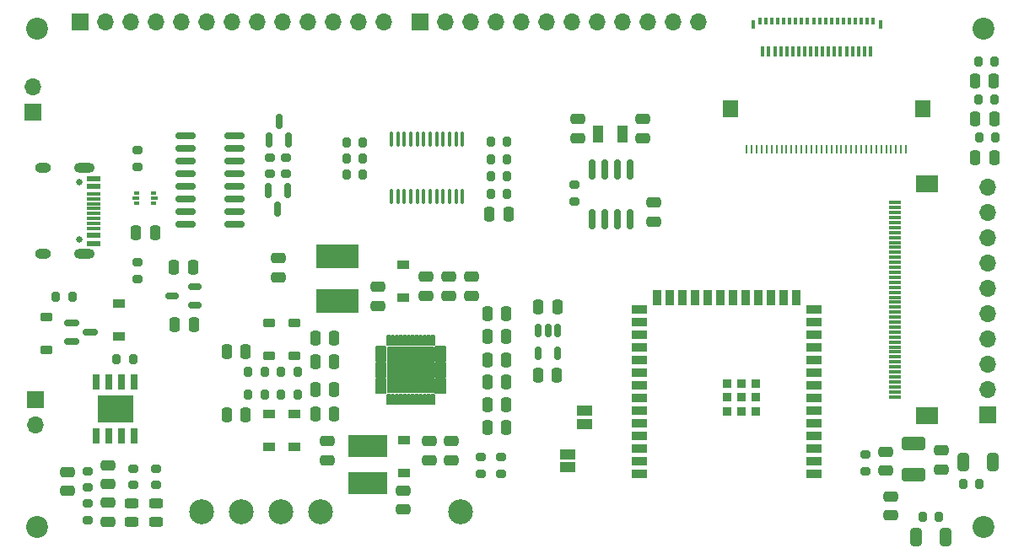
<source format=gts>
%TF.GenerationSoftware,KiCad,Pcbnew,7.0.5-4d25ed1034~172~ubuntu22.04.1*%
%TF.CreationDate,2023-07-07T08:06:09+02:00*%
%TF.ProjectId,epaper-breakout,65706170-6572-42d6-9272-65616b6f7574,rev?*%
%TF.SameCoordinates,Original*%
%TF.FileFunction,Soldermask,Top*%
%TF.FilePolarity,Negative*%
%FSLAX46Y46*%
G04 Gerber Fmt 4.6, Leading zero omitted, Abs format (unit mm)*
G04 Created by KiCad (PCBNEW 7.0.5-4d25ed1034~172~ubuntu22.04.1) date 2023-07-07 08:06:09*
%MOMM*%
%LPD*%
G01*
G04 APERTURE LIST*
G04 Aperture macros list*
%AMRoundRect*
0 Rectangle with rounded corners*
0 $1 Rounding radius*
0 $2 $3 $4 $5 $6 $7 $8 $9 X,Y pos of 4 corners*
0 Add a 4 corners polygon primitive as box body*
4,1,4,$2,$3,$4,$5,$6,$7,$8,$9,$2,$3,0*
0 Add four circle primitives for the rounded corners*
1,1,$1+$1,$2,$3*
1,1,$1+$1,$4,$5*
1,1,$1+$1,$6,$7*
1,1,$1+$1,$8,$9*
0 Add four rect primitives between the rounded corners*
20,1,$1+$1,$2,$3,$4,$5,0*
20,1,$1+$1,$4,$5,$6,$7,0*
20,1,$1+$1,$6,$7,$8,$9,0*
20,1,$1+$1,$8,$9,$2,$3,0*%
G04 Aperture macros list end*
%ADD10C,0.152400*%
%ADD11RoundRect,0.200000X-0.200000X-0.275000X0.200000X-0.275000X0.200000X0.275000X-0.200000X0.275000X0*%
%ADD12C,2.200000*%
%ADD13RoundRect,0.150000X0.150000X-0.587500X0.150000X0.587500X-0.150000X0.587500X-0.150000X-0.587500X0*%
%ADD14RoundRect,0.200000X-0.275000X0.200000X-0.275000X-0.200000X0.275000X-0.200000X0.275000X0.200000X0*%
%ADD15RoundRect,0.200000X0.275000X-0.200000X0.275000X0.200000X-0.275000X0.200000X-0.275000X-0.200000X0*%
%ADD16RoundRect,0.150000X-0.150000X0.587500X-0.150000X-0.587500X0.150000X-0.587500X0.150000X0.587500X0*%
%ADD17RoundRect,0.250000X0.250000X0.475000X-0.250000X0.475000X-0.250000X-0.475000X0.250000X-0.475000X0*%
%ADD18RoundRect,0.250000X-0.475000X0.250000X-0.475000X-0.250000X0.475000X-0.250000X0.475000X0.250000X0*%
%ADD19RoundRect,0.243750X-0.456250X0.243750X-0.456250X-0.243750X0.456250X-0.243750X0.456250X0.243750X0*%
%ADD20RoundRect,0.250000X0.475000X-0.250000X0.475000X0.250000X-0.475000X0.250000X-0.475000X-0.250000X0*%
%ADD21RoundRect,0.249999X0.325001X0.650001X-0.325001X0.650001X-0.325001X-0.650001X0.325001X-0.650001X0*%
%ADD22RoundRect,0.250000X-0.250000X-0.475000X0.250000X-0.475000X0.250000X0.475000X-0.250000X0.475000X0*%
%ADD23RoundRect,0.249999X-0.325001X-0.650001X0.325001X-0.650001X0.325001X0.650001X-0.325001X0.650001X0*%
%ADD24RoundRect,0.200000X0.200000X0.275000X-0.200000X0.275000X-0.200000X-0.275000X0.200000X-0.275000X0*%
%ADD25RoundRect,0.100000X-0.100000X0.637500X-0.100000X-0.637500X0.100000X-0.637500X0.100000X0.637500X0*%
%ADD26RoundRect,0.249997X0.925003X-0.412503X0.925003X0.412503X-0.925003X0.412503X-0.925003X-0.412503X0*%
%ADD27R,3.900000X2.200000*%
%ADD28R,4.200000X2.400000*%
%ADD29R,0.850000X0.200000*%
%ADD30R,0.200000X0.850000*%
%ADD31C,0.508000*%
%ADD32R,4.399999X4.399999*%
%ADD33R,1.200000X0.900000*%
%ADD34RoundRect,0.225000X-0.375000X0.225000X-0.375000X-0.225000X0.375000X-0.225000X0.375000X0.225000X0*%
%ADD35RoundRect,0.225000X0.375000X-0.225000X0.375000X0.225000X-0.375000X0.225000X-0.375000X-0.225000X0*%
%ADD36C,2.500000*%
%ADD37R,0.650000X1.500000*%
%ADD38R,3.600000X2.700000*%
%ADD39R,1.700000X1.700000*%
%ADD40O,1.700000X1.700000*%
%ADD41RoundRect,0.150000X0.512500X0.150000X-0.512500X0.150000X-0.512500X-0.150000X0.512500X-0.150000X0*%
%ADD42R,0.500000X0.375000*%
%ADD43R,0.650000X0.300000*%
%ADD44R,1.300000X0.300000*%
%ADD45R,2.200000X1.800000*%
%ADD46RoundRect,0.150000X-0.587500X-0.150000X0.587500X-0.150000X0.587500X0.150000X-0.587500X0.150000X0*%
%ADD47R,1.500000X1.000000*%
%ADD48RoundRect,0.150000X-0.150000X0.825000X-0.150000X-0.825000X0.150000X-0.825000X0.150000X0.825000X0*%
%ADD49R,0.300000X0.800000*%
%ADD50R,0.300000X1.000000*%
%ADD51R,0.400000X0.950000*%
%ADD52RoundRect,0.150000X-0.150000X0.512500X-0.150000X-0.512500X0.150000X-0.512500X0.150000X0.512500X0*%
%ADD53R,0.254000X0.812800*%
%ADD54R,1.524000X1.701800*%
%ADD55R,1.500000X0.900000*%
%ADD56R,0.900000X1.500000*%
%ADD57R,0.900000X0.900000*%
%ADD58RoundRect,0.150000X-0.825000X-0.150000X0.825000X-0.150000X0.825000X0.150000X-0.825000X0.150000X0*%
%ADD59C,0.650000*%
%ADD60R,1.450000X0.600000*%
%ADD61R,1.450000X0.300000*%
%ADD62O,2.100000X1.000000*%
%ADD63O,1.600000X1.000000*%
%ADD64R,1.000000X1.800000*%
G04 APERTURE END LIST*
D10*
X68474039Y-48578038D02*
X68474039Y-48277963D01*
X68474039Y-48277963D02*
X67523962Y-48277963D01*
X68474039Y-48178037D02*
X68474039Y-47877961D01*
X68474039Y-47877961D02*
X67523962Y-47877961D01*
X68474039Y-47778038D02*
X68474039Y-47477962D01*
X68474039Y-47477962D02*
X67523962Y-47477962D01*
X68474039Y-47378038D02*
X68474039Y-47077963D01*
X68474039Y-47077963D02*
X67523962Y-47077963D01*
X68474039Y-46978039D02*
X68474039Y-46677961D01*
X68474039Y-46677961D02*
X67523962Y-46677961D01*
X68474039Y-46578037D02*
X68474039Y-46277962D01*
X68474039Y-46277962D02*
X67523962Y-46277962D01*
X68474039Y-46178038D02*
X68474039Y-45877963D01*
X68474039Y-45877963D02*
X67523962Y-45877963D01*
X68474039Y-45778039D02*
X68474039Y-45477963D01*
X68474039Y-45477963D02*
X67523962Y-45477963D01*
X68474039Y-45378037D02*
X68474039Y-45077962D01*
X68474039Y-45077962D02*
X67523962Y-45077962D01*
X68474039Y-44978038D02*
X68474039Y-44677962D01*
X68474039Y-44677962D02*
X67523962Y-44677962D01*
X68474039Y-44578039D02*
X68474039Y-44277963D01*
X68474039Y-44277963D02*
X67523962Y-44277963D01*
X68474039Y-44178037D02*
X68474039Y-43877962D01*
X68474039Y-43877962D02*
X67523962Y-43877962D01*
X67523962Y-48578038D02*
X68474039Y-48578038D01*
X67523962Y-48277963D02*
X67523962Y-48578038D01*
X67523962Y-48178037D02*
X68474039Y-48178037D01*
X67523962Y-47877961D02*
X67523962Y-48178037D01*
X67523962Y-47778038D02*
X68474039Y-47778038D01*
X67523962Y-47477962D02*
X67523962Y-47778038D01*
X67523962Y-47378038D02*
X68474039Y-47378038D01*
X67523962Y-47077963D02*
X67523962Y-47378038D01*
X67523962Y-46978039D02*
X68474039Y-46978039D01*
X67523962Y-46677961D02*
X67523962Y-46978039D01*
X67523962Y-46578037D02*
X68474039Y-46578037D01*
X67523962Y-46277962D02*
X67523962Y-46578037D01*
X67523962Y-46178038D02*
X68474039Y-46178038D01*
X67523962Y-45877963D02*
X67523962Y-46178038D01*
X67523962Y-45778039D02*
X68474039Y-45778039D01*
X67523962Y-45477963D02*
X67523962Y-45778039D01*
X67523962Y-45378037D02*
X68474039Y-45378037D01*
X67523962Y-45077962D02*
X67523962Y-45378037D01*
X67523962Y-44978038D02*
X68474039Y-44978038D01*
X67523962Y-44677962D02*
X67523962Y-44978038D01*
X67523962Y-44578039D02*
X68474039Y-44578039D01*
X67523962Y-44277963D02*
X67523962Y-44578039D01*
X67523962Y-44178037D02*
X68474039Y-44178037D01*
X67523962Y-43877962D02*
X67523962Y-44178037D01*
X67374038Y-49678039D02*
X67374038Y-48727962D01*
X67374038Y-48727962D02*
X67073963Y-48727962D01*
X67374038Y-43728038D02*
X67374038Y-42777961D01*
X67374038Y-42777961D02*
X67073963Y-42777961D01*
X67287499Y-48491499D02*
X66798800Y-48491499D01*
X67287499Y-48491499D02*
X62760501Y-48491499D01*
X67287499Y-48002800D02*
X67287499Y-48491499D01*
X67287499Y-47602800D02*
X62760501Y-47602800D01*
X67287499Y-47215400D02*
X67287499Y-47602800D01*
X67287499Y-46815400D02*
X62760501Y-46815400D01*
X67287499Y-46428000D02*
X67287499Y-46815400D01*
X67287499Y-46028000D02*
X62760501Y-46028000D01*
X67287499Y-45640600D02*
X67287499Y-46028000D01*
X67287499Y-45240600D02*
X62760501Y-45240600D01*
X67287499Y-44853200D02*
X67287499Y-45240600D01*
X67287499Y-44453200D02*
X62760501Y-44453200D01*
X67287499Y-43964501D02*
X67287499Y-48491499D01*
X67287499Y-43964501D02*
X67287499Y-44453200D01*
X67073963Y-49678039D02*
X67374038Y-49678039D01*
X67073963Y-48727962D02*
X67073963Y-49678039D01*
X67073963Y-43728038D02*
X67374038Y-43728038D01*
X67073963Y-42777961D02*
X67073963Y-43728038D01*
X66974037Y-49678039D02*
X66974037Y-48727962D01*
X66974037Y-48727962D02*
X66673961Y-48727962D01*
X66974037Y-43728038D02*
X66974037Y-42777961D01*
X66974037Y-42777961D02*
X66673961Y-42777961D01*
X66798800Y-48491499D02*
X66798800Y-43964501D01*
X66798800Y-43964501D02*
X67287499Y-43964501D01*
X66673961Y-49678039D02*
X66974037Y-49678039D01*
X66673961Y-48727962D02*
X66673961Y-49678039D01*
X66673961Y-43728038D02*
X66974037Y-43728038D01*
X66673961Y-42777961D02*
X66673961Y-43728038D01*
X66574038Y-49678039D02*
X66574038Y-48727962D01*
X66574038Y-48727962D02*
X66273962Y-48727962D01*
X66574038Y-43728038D02*
X66574038Y-42777961D01*
X66574038Y-42777961D02*
X66273962Y-42777961D01*
X66398800Y-48491499D02*
X66398800Y-43964501D01*
X66398800Y-43964501D02*
X66011400Y-43964501D01*
X66273962Y-49678039D02*
X66574038Y-49678039D01*
X66273962Y-48727962D02*
X66273962Y-49678039D01*
X66273962Y-43728038D02*
X66574038Y-43728038D01*
X66273962Y-42777961D02*
X66273962Y-43728038D01*
X66174038Y-49678039D02*
X66174038Y-48727962D01*
X66174038Y-48727962D02*
X65873963Y-48727962D01*
X66174038Y-43728038D02*
X66174038Y-42777961D01*
X66174038Y-42777961D02*
X65873963Y-42777961D01*
X66011400Y-48491499D02*
X66398800Y-48491499D01*
X66011400Y-43964501D02*
X66011400Y-48491499D01*
X65873963Y-49678039D02*
X66174038Y-49678039D01*
X65873963Y-48727962D02*
X65873963Y-49678039D01*
X65873963Y-43728038D02*
X66174038Y-43728038D01*
X65873963Y-42777961D02*
X65873963Y-43728038D01*
X65774039Y-43728038D02*
X65774039Y-42777961D01*
X65774039Y-42777961D02*
X65473961Y-42777961D01*
X65774037Y-49678039D02*
X65774037Y-48727962D01*
X65774037Y-48727962D02*
X65473961Y-48727962D01*
X65611400Y-48491499D02*
X65611400Y-43964501D01*
X65611400Y-43964501D02*
X65224000Y-43964501D01*
X65473961Y-49678039D02*
X65774037Y-49678039D01*
X65473961Y-48727962D02*
X65473961Y-49678039D01*
X65473961Y-43728038D02*
X65774039Y-43728038D01*
X65473961Y-42777961D02*
X65473961Y-43728038D01*
X65374037Y-49678039D02*
X65374037Y-48727962D01*
X65374037Y-48727962D02*
X65073962Y-48727962D01*
X65374037Y-43728038D02*
X65374037Y-42777961D01*
X65374037Y-42777961D02*
X65073962Y-42777961D01*
X65224000Y-48491499D02*
X65611400Y-48491499D01*
X65224000Y-43964501D02*
X65224000Y-48491499D01*
X65073962Y-49678039D02*
X65374037Y-49678039D01*
X65073962Y-48727962D02*
X65073962Y-49678039D01*
X65073962Y-43728038D02*
X65374037Y-43728038D01*
X65073962Y-42777961D02*
X65073962Y-43728038D01*
X64974038Y-49678039D02*
X64974038Y-48727962D01*
X64974038Y-48727962D02*
X64673963Y-48727962D01*
X64974038Y-43728038D02*
X64974038Y-42777961D01*
X64974038Y-42777961D02*
X64673963Y-42777961D01*
X64824000Y-48491499D02*
X64824000Y-43964501D01*
X64824000Y-43964501D02*
X64436600Y-43964501D01*
X64673963Y-49678039D02*
X64974038Y-49678039D01*
X64673963Y-48727962D02*
X64673963Y-49678039D01*
X64673963Y-43728038D02*
X64974038Y-43728038D01*
X64673963Y-42777961D02*
X64673963Y-43728038D01*
X64574039Y-49678039D02*
X64574039Y-48727962D01*
X64574039Y-48727962D02*
X64273961Y-48727962D01*
X64574039Y-43728038D02*
X64574039Y-42777961D01*
X64574039Y-42777961D02*
X64273963Y-42777961D01*
X64436600Y-48491499D02*
X64824000Y-48491499D01*
X64436600Y-43964501D02*
X64436600Y-48491499D01*
X64273963Y-43728038D02*
X64574039Y-43728038D01*
X64273963Y-42777961D02*
X64273963Y-43728038D01*
X64273961Y-49678039D02*
X64574039Y-49678039D01*
X64273961Y-48727962D02*
X64273961Y-49678039D01*
X64174037Y-49678039D02*
X64174037Y-48727962D01*
X64174037Y-48727962D02*
X63873962Y-48727962D01*
X64174037Y-43728038D02*
X64174037Y-42777961D01*
X64174037Y-42777961D02*
X63873962Y-42777961D01*
X64036600Y-48491499D02*
X64036600Y-43964501D01*
X64036600Y-43964501D02*
X63649200Y-43964501D01*
X63873962Y-49678039D02*
X64174037Y-49678039D01*
X63873962Y-48727962D02*
X63873962Y-49678039D01*
X63873962Y-43728038D02*
X64174037Y-43728038D01*
X63873962Y-42777961D02*
X63873962Y-43728038D01*
X63774038Y-49678039D02*
X63774038Y-48727962D01*
X63774038Y-48727962D02*
X63473962Y-48727962D01*
X63774038Y-43728038D02*
X63774038Y-42777961D01*
X63774038Y-42777961D02*
X63473962Y-42777961D01*
X63649200Y-48491499D02*
X64036600Y-48491499D01*
X63649200Y-43964501D02*
X63649200Y-48491499D01*
X63473962Y-49678039D02*
X63774038Y-49678039D01*
X63473962Y-48727962D02*
X63473962Y-49678039D01*
X63473962Y-43728038D02*
X63774038Y-43728038D01*
X63473962Y-42777961D02*
X63473962Y-43728038D01*
X63374039Y-49678039D02*
X63374039Y-48727962D01*
X63374039Y-48727962D02*
X63073963Y-48727962D01*
X63374039Y-43728038D02*
X63374039Y-42777961D01*
X63374039Y-42777961D02*
X63073963Y-42777961D01*
X63249200Y-48491499D02*
X62760501Y-48491499D01*
X63249200Y-43964501D02*
X63249200Y-48491499D01*
X63073963Y-49678039D02*
X63374039Y-49678039D01*
X63073963Y-48727962D02*
X63073963Y-49678039D01*
X63073963Y-43728038D02*
X63374039Y-43728038D01*
X63073963Y-42777961D02*
X63073963Y-43728038D01*
X62974037Y-49678039D02*
X62974037Y-48727962D01*
X62974037Y-48727962D02*
X62673962Y-48727962D01*
X62974037Y-43728038D02*
X62974037Y-42777961D01*
X62974037Y-42777961D02*
X62673962Y-42777961D01*
X62760501Y-48491499D02*
X62760501Y-48002800D01*
X62760501Y-48491499D02*
X62760501Y-43964501D01*
X62760501Y-48002800D02*
X67287499Y-48002800D01*
X62760501Y-47602800D02*
X62760501Y-47215400D01*
X62760501Y-47215400D02*
X67287499Y-47215400D01*
X62760501Y-46815400D02*
X62760501Y-46428000D01*
X62760501Y-46428000D02*
X67287499Y-46428000D01*
X62760501Y-46028000D02*
X62760501Y-45640600D01*
X62760501Y-45640600D02*
X67287499Y-45640600D01*
X62760501Y-45240600D02*
X62760501Y-44853200D01*
X62760501Y-44853200D02*
X67287499Y-44853200D01*
X62760501Y-44453200D02*
X62760501Y-43964501D01*
X62760501Y-43964501D02*
X67287499Y-43964501D01*
X62760501Y-43964501D02*
X63249200Y-43964501D01*
X62673962Y-49678039D02*
X62974037Y-49678039D01*
X62673962Y-48727962D02*
X62673962Y-49678039D01*
X62673962Y-43728038D02*
X62974037Y-43728038D01*
X62673962Y-42777961D02*
X62673962Y-43728038D01*
X62524038Y-48578038D02*
X62524038Y-48277963D01*
X62524038Y-48277963D02*
X61573961Y-48277963D01*
X62524038Y-48178037D02*
X62524038Y-47877961D01*
X62524038Y-47877961D02*
X61573961Y-47877961D01*
X62524038Y-47778038D02*
X62524038Y-47477962D01*
X62524038Y-47477962D02*
X61573961Y-47477962D01*
X62524038Y-47378038D02*
X62524038Y-47077963D01*
X62524038Y-47077963D02*
X61573961Y-47077963D01*
X62524038Y-46978037D02*
X62524038Y-46677961D01*
X62524038Y-46677961D02*
X61573961Y-46677961D01*
X62524038Y-46578037D02*
X62524038Y-46277962D01*
X62524038Y-46277962D02*
X61573961Y-46277962D01*
X62524038Y-46178038D02*
X62524038Y-45877963D01*
X62524038Y-45877963D02*
X61573961Y-45877963D01*
X62524038Y-45778039D02*
X62524038Y-45477961D01*
X62524038Y-45477961D02*
X61573961Y-45477961D01*
X62524038Y-45378037D02*
X62524038Y-45077962D01*
X62524038Y-45077962D02*
X61573961Y-45077962D01*
X62524038Y-44978038D02*
X62524038Y-44677962D01*
X62524038Y-44677962D02*
X61573961Y-44677962D01*
X62524038Y-44578039D02*
X62524038Y-44277963D01*
X62524038Y-44277963D02*
X61573961Y-44277963D01*
X62524038Y-44178037D02*
X62524038Y-43877962D01*
X62524038Y-43877962D02*
X61573961Y-43877962D01*
X61573961Y-48578038D02*
X62524038Y-48578038D01*
X61573961Y-48277963D02*
X61573961Y-48578038D01*
X61573961Y-48178037D02*
X62524038Y-48178037D01*
X61573961Y-47877961D02*
X61573961Y-48178037D01*
X61573961Y-47778038D02*
X62524038Y-47778038D01*
X61573961Y-47477962D02*
X61573961Y-47778038D01*
X61573961Y-47378038D02*
X62524038Y-47378038D01*
X61573961Y-47077963D02*
X61573961Y-47378038D01*
X61573961Y-46978037D02*
X62524038Y-46978037D01*
X61573961Y-46677961D02*
X61573961Y-46978037D01*
X61573961Y-46578037D02*
X62524038Y-46578037D01*
X61573961Y-46277962D02*
X61573961Y-46578037D01*
X61573961Y-46178038D02*
X62524038Y-46178038D01*
X61573961Y-45877963D02*
X61573961Y-46178038D01*
X61573961Y-45778039D02*
X62524038Y-45778039D01*
X61573961Y-45477961D02*
X61573961Y-45778039D01*
X61573961Y-45378037D02*
X62524038Y-45378037D01*
X61573961Y-45077962D02*
X61573961Y-45378037D01*
X61573961Y-44978038D02*
X62524038Y-44978038D01*
X61573961Y-44677962D02*
X61573961Y-44978038D01*
X61573961Y-44578039D02*
X62524038Y-44578039D01*
X61573961Y-44277963D02*
X61573961Y-44578039D01*
X61573961Y-44178037D02*
X62524038Y-44178037D01*
X61573961Y-43877962D02*
X61573961Y-44178037D01*
D11*
X73075000Y-25100000D03*
X74725000Y-25100000D03*
D12*
X122500000Y-12000000D03*
D13*
X50850000Y-23162500D03*
X52750000Y-23162500D03*
X51800000Y-21287500D03*
D14*
X50900000Y-24900000D03*
X50900000Y-26550000D03*
D15*
X52500000Y-26550000D03*
X52500000Y-24900000D03*
D16*
X52650000Y-28262500D03*
X50750000Y-28262500D03*
X51700000Y-30137500D03*
D17*
X79700000Y-46800000D03*
X77800000Y-46800000D03*
D18*
X34600000Y-55800000D03*
X34600000Y-57700000D03*
D19*
X39458000Y-59662000D03*
X39458000Y-61537000D03*
D14*
X37150000Y-56175000D03*
X37150000Y-57825000D03*
X39458000Y-56175000D03*
X39458000Y-57825000D03*
D19*
X37045000Y-59662000D03*
X37045000Y-61537000D03*
D20*
X113200000Y-60850000D03*
X113200000Y-58950000D03*
X34600000Y-61500000D03*
X34600000Y-59600000D03*
D17*
X74610000Y-52070000D03*
X72710000Y-52070000D03*
D18*
X118300000Y-54350000D03*
X118300000Y-56250000D03*
D21*
X118700000Y-63000000D03*
X115750000Y-63000000D03*
D22*
X121697000Y-21030000D03*
X123597000Y-21030000D03*
D23*
X120525000Y-55500000D03*
X123475000Y-55500000D03*
D22*
X121700000Y-24957000D03*
X123600000Y-24957000D03*
D24*
X60225000Y-23400000D03*
X58575000Y-23400000D03*
D15*
X72081200Y-56671600D03*
X72081200Y-55021600D03*
D24*
X118050000Y-61000000D03*
X116400000Y-61000000D03*
D11*
X122000000Y-19100000D03*
X123650000Y-19100000D03*
X120475000Y-57700000D03*
X122125000Y-57700000D03*
X122075000Y-22925000D03*
X123725000Y-22925000D03*
D14*
X74113200Y-55021600D03*
X74113200Y-56671600D03*
D25*
X70225000Y-23100000D03*
X69575000Y-23100000D03*
X68925000Y-23100000D03*
X68275000Y-23100000D03*
X67625000Y-23100000D03*
X66975000Y-23100000D03*
X66325000Y-23100000D03*
X65675000Y-23100000D03*
X65025000Y-23100000D03*
X64375000Y-23100000D03*
X63725000Y-23100000D03*
X63075000Y-23100000D03*
X63075000Y-28825000D03*
X63725000Y-28825000D03*
X64375000Y-28825000D03*
X65025000Y-28825000D03*
X65675000Y-28825000D03*
X66325000Y-28825000D03*
X66975000Y-28825000D03*
X67625000Y-28825000D03*
X68275000Y-28825000D03*
X68925000Y-28825000D03*
X69575000Y-28825000D03*
X70225000Y-28825000D03*
D18*
X71120000Y-36896000D03*
X71120000Y-38796000D03*
D26*
X115500000Y-56737500D03*
X115500000Y-53662500D03*
D22*
X72710000Y-40640000D03*
X74610000Y-40640000D03*
D24*
X53657000Y-46482000D03*
X52007000Y-46482000D03*
D27*
X60706000Y-57653000D03*
X60706000Y-53853000D03*
D28*
X57658000Y-39334000D03*
X57658000Y-34834000D03*
D24*
X50355000Y-48768000D03*
X48705000Y-48768000D03*
X53657000Y-48768000D03*
X52007000Y-48768000D03*
X50355000Y-46482000D03*
X48705000Y-46482000D03*
D20*
X64262000Y-60259000D03*
X64262000Y-58359000D03*
X69088000Y-55306000D03*
X69088000Y-53406000D03*
D17*
X57338000Y-45466000D03*
X55438000Y-45466000D03*
D22*
X55438000Y-48260000D03*
X57338000Y-48260000D03*
D18*
X112700000Y-54450000D03*
X112700000Y-56350000D03*
D29*
X67999000Y-48428001D03*
X67999000Y-48027999D03*
X67999000Y-47628000D03*
X67999000Y-47228001D03*
X67999000Y-46827999D03*
X67999000Y-46428000D03*
X67999000Y-46028000D03*
X67999000Y-45628001D03*
X67999000Y-45227999D03*
X67999000Y-44828000D03*
X67999000Y-44428001D03*
X67999000Y-44027999D03*
D30*
X67224001Y-43253000D03*
X66823999Y-43253000D03*
X66424000Y-43253000D03*
X66024001Y-43253000D03*
X65623999Y-43253000D03*
X65224000Y-43253000D03*
X64824000Y-43253000D03*
X64424001Y-43253000D03*
X64023999Y-43253000D03*
X63624000Y-43253000D03*
X63224001Y-43253000D03*
X62823999Y-43253000D03*
D29*
X62049000Y-44027999D03*
X62049000Y-44428001D03*
X62049000Y-44828000D03*
X62049000Y-45227999D03*
X62049000Y-45628001D03*
X62049000Y-46028000D03*
X62049000Y-46428000D03*
X62049000Y-46827999D03*
X62049000Y-47228001D03*
X62049000Y-47628000D03*
X62049000Y-48027999D03*
X62049000Y-48428001D03*
D30*
X62823999Y-49203000D03*
X63224001Y-49203000D03*
X63624000Y-49203000D03*
X64023999Y-49203000D03*
X64424001Y-49203000D03*
X64824000Y-49203000D03*
X65224000Y-49203000D03*
X65623999Y-49203000D03*
X66024001Y-49203000D03*
X66424000Y-49203000D03*
X66823999Y-49203000D03*
X67224001Y-49203000D03*
D31*
X66598800Y-47802800D03*
X66598800Y-47015400D03*
X66598800Y-46228000D03*
X66598800Y-45440600D03*
X66598800Y-44653200D03*
X65811400Y-47802800D03*
X65811400Y-47015400D03*
X65811400Y-46228000D03*
X65811400Y-45440600D03*
X65811400Y-44653200D03*
X65024000Y-47802800D03*
X65024000Y-47015400D03*
X65024000Y-46228000D03*
D32*
X65024000Y-46228000D03*
D31*
X65024000Y-45440600D03*
X65024000Y-44653200D03*
X64236600Y-47802800D03*
X64236600Y-47015400D03*
X64236600Y-46228000D03*
X64236600Y-45440600D03*
X64236600Y-44653200D03*
X63449200Y-47802800D03*
X63449200Y-47015400D03*
X63449200Y-46228000D03*
X63449200Y-45440600D03*
X63449200Y-44653200D03*
D17*
X74610000Y-49784000D03*
X72710000Y-49784000D03*
D20*
X61722000Y-39812000D03*
X61722000Y-37912000D03*
D17*
X74610000Y-42926000D03*
X72710000Y-42926000D03*
D33*
X50800000Y-50674000D03*
X50800000Y-53974000D03*
X53340000Y-53974000D03*
X53340000Y-50674000D03*
D34*
X50800000Y-41530000D03*
X50800000Y-44830000D03*
D35*
X53340000Y-44830000D03*
X53340000Y-41530000D03*
D22*
X46548000Y-44450000D03*
X48448000Y-44450000D03*
D20*
X66548000Y-38796000D03*
X66548000Y-36896000D03*
D22*
X72710000Y-47498000D03*
X74610000Y-47498000D03*
X55438000Y-43053000D03*
X57338000Y-43053000D03*
D20*
X68834000Y-38796000D03*
X68834000Y-36896000D03*
D22*
X55438000Y-50673000D03*
X57338000Y-50673000D03*
D17*
X48448000Y-50800000D03*
X46548000Y-50800000D03*
X74610000Y-45224700D03*
X72710000Y-45224700D03*
D20*
X66929000Y-55306000D03*
X66929000Y-53406000D03*
D33*
X64389000Y-56641000D03*
X64389000Y-53341000D03*
D22*
X77850000Y-39900000D03*
X79750000Y-39900000D03*
X121650000Y-17221000D03*
X123550000Y-17221000D03*
D11*
X122000000Y-15321000D03*
X123650000Y-15321000D03*
D33*
X64262000Y-35688000D03*
X64262000Y-38988000D03*
D14*
X32621000Y-59675000D03*
X32621000Y-61325000D03*
X32621000Y-56401000D03*
X32621000Y-58051000D03*
D18*
X51750000Y-35050000D03*
X51750000Y-36950000D03*
D20*
X56642000Y-55306000D03*
X56642000Y-53406000D03*
D36*
X52000000Y-60500000D03*
X44000000Y-60500000D03*
X56000000Y-60500000D03*
X70000000Y-60500000D03*
D12*
X122500000Y-62000000D03*
D22*
X72950000Y-30600000D03*
X74850000Y-30600000D03*
D14*
X110700000Y-54775000D03*
X110700000Y-56425000D03*
D24*
X74725000Y-28600000D03*
X73075000Y-28600000D03*
X74725000Y-26800000D03*
X73075000Y-26800000D03*
D11*
X58575000Y-26600000D03*
X60225000Y-26600000D03*
X58575000Y-25000000D03*
X60225000Y-25000000D03*
D36*
X48000000Y-60500000D03*
D37*
X37305000Y-47441000D03*
X36035000Y-47441000D03*
X34765000Y-47441000D03*
X33495000Y-47441000D03*
X33495000Y-52841000D03*
X34765000Y-52841000D03*
X36035000Y-52841000D03*
X37305000Y-52841000D03*
D38*
X35400000Y-50141000D03*
D33*
X35700000Y-42850000D03*
X35700000Y-39550000D03*
D24*
X37175000Y-45150000D03*
X35525000Y-45150000D03*
D12*
X27500000Y-62000000D03*
D39*
X27350000Y-49275000D03*
D40*
X27350000Y-51815000D03*
D41*
X43337500Y-39750000D03*
X43337500Y-37850000D03*
X41062500Y-38800000D03*
D42*
X37550000Y-28462500D03*
D43*
X37475000Y-29000000D03*
D42*
X37550000Y-29537500D03*
X39250000Y-29537500D03*
D43*
X39325000Y-29000000D03*
D42*
X39250000Y-28462500D03*
D44*
X113600000Y-48950000D03*
X113600000Y-48450000D03*
X113600000Y-47950000D03*
X113600000Y-47450000D03*
X113600000Y-46950000D03*
X113600000Y-46450000D03*
X113600000Y-45950000D03*
X113600000Y-45450000D03*
X113600000Y-44950000D03*
X113600000Y-44450000D03*
X113600000Y-43950000D03*
X113600000Y-43450000D03*
X113600000Y-42950000D03*
X113600000Y-42450000D03*
X113600000Y-41950000D03*
X113600000Y-41450000D03*
X113600000Y-40950000D03*
X113600000Y-40450000D03*
X113600000Y-39950000D03*
X113600000Y-39450000D03*
X113600000Y-38950000D03*
X113600000Y-38450000D03*
X113600000Y-37950000D03*
X113600000Y-37450000D03*
X113600000Y-36950000D03*
X113600000Y-36450000D03*
X113600000Y-35950000D03*
X113600000Y-35450000D03*
X113600000Y-34950000D03*
X113600000Y-34450000D03*
X113600000Y-33950000D03*
X113600000Y-33450000D03*
X113600000Y-32950000D03*
X113600000Y-32450000D03*
X113600000Y-31950000D03*
X113600000Y-31450000D03*
X113600000Y-30950000D03*
X113600000Y-30450000D03*
X113600000Y-29950000D03*
X113600000Y-29450000D03*
D45*
X116850000Y-50850000D03*
X116850000Y-27550000D03*
D22*
X37450000Y-32500000D03*
X39350000Y-32500000D03*
D46*
X31012500Y-41500000D03*
X31012500Y-43400000D03*
X32887500Y-42450000D03*
D47*
X80772000Y-54722000D03*
X80772000Y-56022000D03*
D18*
X88300000Y-21050000D03*
X88300000Y-22950000D03*
D39*
X27100000Y-20375000D03*
D40*
X27100000Y-17835000D03*
D48*
X87055000Y-26125000D03*
X85785000Y-26125000D03*
X84515000Y-26125000D03*
X83245000Y-26125000D03*
X83245000Y-31075000D03*
X84515000Y-31075000D03*
X85785000Y-31075000D03*
X87055000Y-31075000D03*
D15*
X37600000Y-25825000D03*
X37600000Y-24175000D03*
D49*
X111470000Y-11245000D03*
D50*
X111170000Y-14245000D03*
D49*
X110870000Y-11245000D03*
D50*
X110570000Y-14245000D03*
D49*
X110270000Y-11245000D03*
D50*
X109970000Y-14245000D03*
D49*
X109670000Y-11245000D03*
D50*
X109370000Y-14245000D03*
D49*
X109070000Y-11245000D03*
D50*
X108770000Y-14245000D03*
D49*
X108470000Y-11245000D03*
D50*
X108170000Y-14245000D03*
D49*
X107870000Y-11245000D03*
D50*
X107570000Y-14245000D03*
D49*
X107270000Y-11245000D03*
D50*
X106970000Y-14245000D03*
D49*
X106670000Y-11245000D03*
D50*
X106370000Y-14245000D03*
D49*
X106070000Y-11245000D03*
D50*
X105770000Y-14245000D03*
D49*
X105470000Y-11245000D03*
D50*
X105170000Y-14245000D03*
D49*
X104870000Y-11245000D03*
D50*
X104570000Y-14245000D03*
D49*
X104270000Y-11245000D03*
D50*
X103970000Y-14245000D03*
D49*
X103670000Y-11245000D03*
D50*
X103370000Y-14245000D03*
D49*
X103070000Y-11245000D03*
D50*
X102770000Y-14245000D03*
D49*
X102470000Y-11245000D03*
D50*
X102170000Y-14245000D03*
D49*
X101870000Y-11245000D03*
D50*
X101570000Y-14245000D03*
D49*
X101270000Y-11245000D03*
D50*
X100970000Y-14245000D03*
D49*
X100670000Y-11245000D03*
D50*
X100370000Y-14245000D03*
D49*
X100070000Y-11245000D03*
D51*
X112170000Y-11520000D03*
X99370000Y-11520000D03*
D24*
X31075000Y-38900000D03*
X29425000Y-38900000D03*
X74725000Y-23350000D03*
X73075000Y-23350000D03*
D52*
X79750000Y-42262500D03*
X78800000Y-42262500D03*
X77850000Y-42262500D03*
X77850000Y-44537500D03*
X79750000Y-44537500D03*
D53*
X114750000Y-24048900D03*
X114250001Y-24048900D03*
X113750000Y-24048900D03*
X113250001Y-24048900D03*
X112749999Y-24048900D03*
X112250000Y-24048900D03*
X111750001Y-24048900D03*
X111250000Y-24048900D03*
X110750001Y-24048900D03*
X110249999Y-24048900D03*
X109750000Y-24048900D03*
X109250001Y-24048900D03*
X108750000Y-24048900D03*
X108250001Y-24048900D03*
X107749999Y-24048900D03*
X107250000Y-24048900D03*
X106750001Y-24048900D03*
X106249999Y-24048900D03*
X105750000Y-24048900D03*
X105250001Y-24048900D03*
X104750000Y-24048900D03*
X104250001Y-24048900D03*
X103749999Y-24048900D03*
X103250000Y-24048900D03*
X102750001Y-24048900D03*
X102250000Y-24048900D03*
X101750001Y-24048900D03*
X101249999Y-24048900D03*
X100750000Y-24048900D03*
X100250001Y-24048900D03*
X99750000Y-24048900D03*
X99250001Y-24048900D03*
X98749999Y-24048900D03*
D54*
X97098001Y-20035700D03*
X116402001Y-20035700D03*
D18*
X81800000Y-21050000D03*
X81800000Y-22950000D03*
D14*
X81500000Y-27650000D03*
X81500000Y-29300000D03*
D17*
X43250000Y-41700000D03*
X41350000Y-41700000D03*
D20*
X30600000Y-58400000D03*
X30600000Y-56500000D03*
D47*
X82500000Y-50350000D03*
X82500000Y-51650000D03*
D39*
X122936000Y-50800000D03*
D40*
X122936000Y-48260000D03*
X122936000Y-45720000D03*
X122936000Y-43180000D03*
X122936000Y-40640000D03*
X122936000Y-38100000D03*
X122936000Y-35560000D03*
X122936000Y-33020000D03*
X122936000Y-30480000D03*
X122936000Y-27940000D03*
D14*
X37600000Y-35475000D03*
X37600000Y-37125000D03*
D39*
X66000000Y-11300000D03*
D40*
X68540000Y-11300000D03*
X71080000Y-11300000D03*
X73620000Y-11300000D03*
X76160000Y-11300000D03*
X78700000Y-11300000D03*
X81240000Y-11300000D03*
X83780000Y-11300000D03*
X86320000Y-11300000D03*
X88860000Y-11300000D03*
X91400000Y-11300000D03*
X93940000Y-11300000D03*
D55*
X105475000Y-56710000D03*
X105475000Y-55440000D03*
X105475000Y-54170000D03*
X105475000Y-52900000D03*
X105475000Y-51630000D03*
X105475000Y-50360000D03*
X105475000Y-49090000D03*
X105475000Y-47820000D03*
X105475000Y-46550000D03*
X105475000Y-45280000D03*
X105475000Y-44010000D03*
X105475000Y-42740000D03*
X105475000Y-41470000D03*
X105475000Y-40200000D03*
D56*
X103710000Y-38950000D03*
X102440000Y-38950000D03*
X101170000Y-38950000D03*
X99900000Y-38950000D03*
X98630000Y-38950000D03*
X97360000Y-38950000D03*
X96090000Y-38950000D03*
X94820000Y-38950000D03*
X93550000Y-38950000D03*
X92280000Y-38950000D03*
X91010000Y-38950000D03*
X89740000Y-38950000D03*
D55*
X87975000Y-40200000D03*
X87975000Y-41470000D03*
X87975000Y-42740000D03*
X87975000Y-44010000D03*
X87975000Y-45280000D03*
X87975000Y-46550000D03*
X87975000Y-47820000D03*
X87975000Y-49090000D03*
X87975000Y-50360000D03*
X87975000Y-51630000D03*
X87975000Y-52900000D03*
X87975000Y-54170000D03*
X87975000Y-55440000D03*
X87975000Y-56710000D03*
D57*
X99625000Y-50390000D03*
X99625000Y-48990000D03*
X99625000Y-47590000D03*
X98225000Y-50390000D03*
X98225000Y-48990000D03*
X98225000Y-47590000D03*
X96825000Y-50390000D03*
X96825000Y-48990000D03*
X96825000Y-47590000D03*
D39*
X31875000Y-11300000D03*
D40*
X34415000Y-11300000D03*
X36955000Y-11300000D03*
X39495000Y-11300000D03*
X42035000Y-11300000D03*
X44575000Y-11300000D03*
X47115000Y-11300000D03*
X49655000Y-11300000D03*
X52195000Y-11300000D03*
X54735000Y-11300000D03*
X57275000Y-11300000D03*
X59815000Y-11300000D03*
X62355000Y-11300000D03*
D12*
X27500000Y-12000000D03*
D18*
X89400000Y-29450000D03*
X89400000Y-31350000D03*
D58*
X42425000Y-22755000D03*
X42425000Y-24025000D03*
X42425000Y-25295000D03*
X42425000Y-26565000D03*
X42425000Y-27835000D03*
X42425000Y-29105000D03*
X42425000Y-30375000D03*
X42425000Y-31645000D03*
X47375000Y-31645000D03*
X47375000Y-30375000D03*
X47375000Y-29105000D03*
X47375000Y-27835000D03*
X47375000Y-26565000D03*
X47375000Y-25295000D03*
X47375000Y-24025000D03*
X47375000Y-22755000D03*
D59*
X31740000Y-27410000D03*
X31740000Y-33190000D03*
D60*
X33185000Y-27050000D03*
X33185000Y-27850000D03*
D61*
X33185000Y-29050000D03*
X33185000Y-30050000D03*
X33185000Y-30550000D03*
X33185000Y-31550000D03*
D60*
X33185000Y-32750000D03*
X33185000Y-33550000D03*
X33185000Y-33550000D03*
X33185000Y-32750000D03*
D61*
X33185000Y-32050000D03*
X33185000Y-31050000D03*
X33185000Y-29550000D03*
X33185000Y-28550000D03*
D60*
X33185000Y-27850000D03*
X33185000Y-27050000D03*
D62*
X32270000Y-25980000D03*
D63*
X28090000Y-25980000D03*
D62*
X32270000Y-34620000D03*
D63*
X28090000Y-34620000D03*
D22*
X41250000Y-35900000D03*
X43150000Y-35900000D03*
D35*
X28500000Y-44250000D03*
X28500000Y-40950000D03*
D64*
X86300000Y-22550000D03*
X83800000Y-22550000D03*
M02*

</source>
